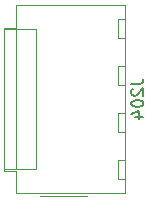
<source format=gbr>
%TF.GenerationSoftware,KiCad,Pcbnew,8.0.4*%
%TF.CreationDate,2024-08-19T15:21:18+02:00*%
%TF.ProjectId,LogicBoard 3GE,4c6f6769-6342-46f6-9172-64203347452e,rev?*%
%TF.SameCoordinates,Original*%
%TF.FileFunction,Legend,Bot*%
%TF.FilePolarity,Positive*%
%FSLAX46Y46*%
G04 Gerber Fmt 4.6, Leading zero omitted, Abs format (unit mm)*
G04 Created by KiCad (PCBNEW 8.0.4) date 2024-08-19 15:21:18*
%MOMM*%
%LPD*%
G01*
G04 APERTURE LIST*
%ADD10C,0.150000*%
%ADD11C,0.120000*%
G04 APERTURE END LIST*
D10*
X61219819Y-51084285D02*
X61934104Y-51084285D01*
X61934104Y-51084285D02*
X62076961Y-51036666D01*
X62076961Y-51036666D02*
X62172200Y-50941428D01*
X62172200Y-50941428D02*
X62219819Y-50798571D01*
X62219819Y-50798571D02*
X62219819Y-50703333D01*
X61315057Y-51512857D02*
X61267438Y-51560476D01*
X61267438Y-51560476D02*
X61219819Y-51655714D01*
X61219819Y-51655714D02*
X61219819Y-51893809D01*
X61219819Y-51893809D02*
X61267438Y-51989047D01*
X61267438Y-51989047D02*
X61315057Y-52036666D01*
X61315057Y-52036666D02*
X61410295Y-52084285D01*
X61410295Y-52084285D02*
X61505533Y-52084285D01*
X61505533Y-52084285D02*
X61648390Y-52036666D01*
X61648390Y-52036666D02*
X62219819Y-51465238D01*
X62219819Y-51465238D02*
X62219819Y-52084285D01*
X61219819Y-52703333D02*
X61219819Y-52798571D01*
X61219819Y-52798571D02*
X61267438Y-52893809D01*
X61267438Y-52893809D02*
X61315057Y-52941428D01*
X61315057Y-52941428D02*
X61410295Y-52989047D01*
X61410295Y-52989047D02*
X61600771Y-53036666D01*
X61600771Y-53036666D02*
X61838866Y-53036666D01*
X61838866Y-53036666D02*
X62029342Y-52989047D01*
X62029342Y-52989047D02*
X62124580Y-52941428D01*
X62124580Y-52941428D02*
X62172200Y-52893809D01*
X62172200Y-52893809D02*
X62219819Y-52798571D01*
X62219819Y-52798571D02*
X62219819Y-52703333D01*
X62219819Y-52703333D02*
X62172200Y-52608095D01*
X62172200Y-52608095D02*
X62124580Y-52560476D01*
X62124580Y-52560476D02*
X62029342Y-52512857D01*
X62029342Y-52512857D02*
X61838866Y-52465238D01*
X61838866Y-52465238D02*
X61600771Y-52465238D01*
X61600771Y-52465238D02*
X61410295Y-52512857D01*
X61410295Y-52512857D02*
X61315057Y-52560476D01*
X61315057Y-52560476D02*
X61267438Y-52608095D01*
X61267438Y-52608095D02*
X61219819Y-52703333D01*
X61553152Y-53893809D02*
X62219819Y-53893809D01*
X61172200Y-53655714D02*
X61886485Y-53417619D01*
X61886485Y-53417619D02*
X61886485Y-54036666D01*
D11*
%TO.C,J204*%
X51450000Y-44410000D02*
X60675000Y-44410000D01*
X60075000Y-47230000D02*
X60675000Y-47230000D01*
X60075000Y-51190000D02*
X60675000Y-51190000D01*
X60075000Y-55150000D02*
X60675000Y-55150000D01*
X60075000Y-59110000D02*
X60675000Y-59110000D01*
X60675000Y-44410000D02*
X60675000Y-60330000D01*
X60675000Y-45630000D02*
X60075000Y-45630000D01*
X60075000Y-45630000D02*
X60075000Y-47230000D01*
X60675000Y-49590000D02*
X60075000Y-49590000D01*
X60075000Y-49590000D02*
X60075000Y-51190000D01*
X60675000Y-53550000D02*
X60075000Y-53550000D01*
X60075000Y-53550000D02*
X60075000Y-55150000D01*
X60675000Y-57510000D02*
X60075000Y-57510000D01*
X60075000Y-57510000D02*
X60075000Y-59110000D01*
X53455000Y-60620000D02*
X57455000Y-60620000D01*
X51445000Y-46430000D02*
X53115000Y-46430000D01*
X53115000Y-46430000D02*
X53115000Y-58310000D01*
X51450000Y-46315000D02*
X51450000Y-44410000D01*
X50445000Y-46315000D02*
X51450000Y-46315000D01*
X51450000Y-60330000D02*
X51450000Y-58425000D01*
X60675000Y-60330000D02*
X51450000Y-60330000D01*
X50445000Y-46430000D02*
X51445000Y-46430000D01*
X53115000Y-58310000D02*
X51445000Y-58310000D01*
X51445000Y-46430000D02*
X51445000Y-58310000D01*
X50445000Y-58425000D02*
X50445000Y-46315000D01*
X51445000Y-58310000D02*
X50445000Y-58310000D01*
X51450000Y-58425000D02*
X50445000Y-58425000D01*
%TD*%
M02*

</source>
